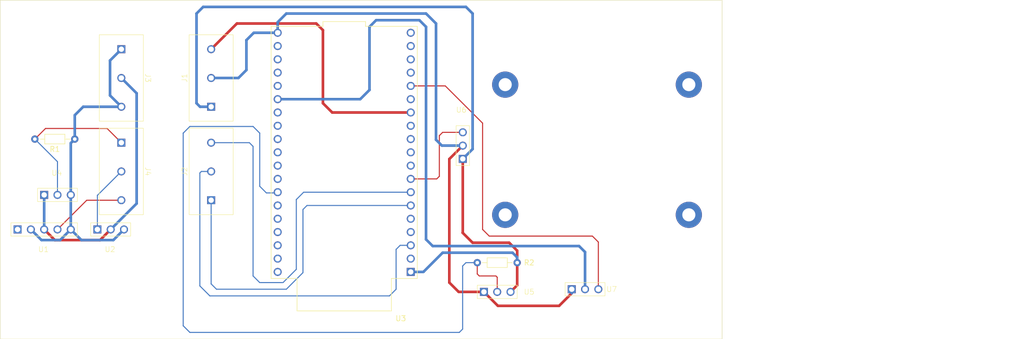
<source format=kicad_pcb>
(kicad_pcb (version 20221018) (generator pcbnew)
  (layers (0 "F.Cu" signal) (31 "B.Cu" signal) (34 "B.Paste" user) (35 "F.Paste" user) (36 "B.SilkS" user "B.Silkscreen") (37 "F.SilkS" user "F.Silkscreen") (38 "B.Mask" user) (39 "F.Mask" user) (44 "Edge.Cuts" user))
  (net 0 "")
  (net 1 "+3V3")
  (net 2 "/Air Temp")
  (net 3 "+3.3V")
  (net 4 "/WaterTemp")
  (net 5 "GND")
  (net 6 "/UV_ref_main")
  (net 7 "/Temp_Air")
  (net 8 "/Brightness")
  (net 9 "/UV")
  (net 10 "GND1")
  (net 11 "/BRIGHTNESS_OUT")
  (net 12 "/UV_OUT")
  (net 16 "/Turbidity")
  (net 22 "/Water level")
  (net 31 "/Water level Power")
  (net 33 "/Relay_Brightness_lamp")
  (net 34 "/Relay_UV_lamp")
  (net 40 "/Relay_Heater")
  (footprint "Diplomna:DS18B20_3dmodel" (layer "F.Cu") (at 76.327 87.376)
    (fp_text reference "U4" (at -5.207 -6.731 unlocked) (layer "F.SilkS") (effects (font (thickness 0.1))))
    (fp_text value "DS18B20-air")
    (fp_rect (start -8.89 -3.81) (end -1.27 -1.27) (stroke (width 0.1)) (fill none) (layer "F.SilkS"))
    (pad "1" thru_hole rect (at -7.62 -2.54) (size 1.53 1.53) (drill 1.02) (layers "*.Cu" "*.Mask") (net 10 "GND1"))
    (pad "2" thru_hole circle (at -5.08 -2.54) (size 1.53 1.53) (drill 1.02) (layers "*.Cu" "*.Mask") (net 2 "/Air Temp"))
    (pad "3" thru_hole circle (at -2.54 -2.54) (size 1.53 1.53) (drill 1.02) (layers "*.Cu" "*.Mask") (net 1 "+3V3"))
  )
  (footprint "Resistor_THT:R_Axial_DIN0204_L3.6mm_D1.6mm_P7.62mm_Horizontal" (layer "F.Cu") (at 74.549 74.168 180)
    (fp_text reference "R1" (at 3.81 -1.92) (layer "F.SilkS"))
    (fp_text value "2.2k")
    (fp_line (start 0.94 0) (end 1.89 0) (stroke (width 0.12)) (layer "F.SilkS"))
    (fp_line (start 1.89 -0.92) (end 1.89 0.92) (stroke (width 0.12)) (layer "F.SilkS"))
    (fp_line (start 1.89 0.92) (end 5.73 0.92) (stroke (width 0.12)) (layer "F.SilkS"))
    (fp_line (start 5.73 -0.92) (end 1.89 -0.92) (stroke (width 0.12)) (layer "F.SilkS"))
    (fp_line (start 5.73 0.92) (end 5.73 -0.92) (stroke (width 0.12)) (layer "F.SilkS"))
    (fp_line (start 6.68 0) (end 5.73 0) (stroke (width 0.12)) (layer "F.SilkS"))
    (pad "1" thru_hole circle (at 0 0 180) (size 1.4 1.4) (drill 0.7) (layers "*.Cu" "*.Mask") (net 1 "+3V3"))
    (pad "2" thru_hole oval (at 7.62 0 180) (size 1.4 1.4) (drill 0.7) (layers "*.Cu" "*.Mask") (net 2 "/Air Temp"))
  )
  (footprint "MountingHole:MountingHole_2.5mm_Pad_TopBottom" (layer "F.Cu") (at 156.718 63.754)
    (fp_text reference "REF**" hide)
    (fp_text value "MountingHole_2.5mm_Pad_TopBottom" hide)
    (pad "1" thru_hole circle (at 0 0) (size 2.9 2.9) (drill 2.5) (layers "*.Cu" "*.Mask"))
    (pad "1" connect circle (at 0 0) (size 5 5) (layers "F.Cu" "F.Mask"))
    (pad "1" connect circle (at 0 0) (size 5 5) (layers "B.Cu" "B.Mask"))
  )
  (footprint "Diplomna:MODULE_ESP32-DEVKITC" (layer "F.Cu") (at 125.984 76.708 180)
    (fp_text reference "U3" (at -10.795 -31.75) (layer "F.SilkS"))
    (fp_text value "~")
    (fp_line (start -13.95 -24.1) (end -13.95 24.1) (stroke (width 0.127)) (layer "F.SilkS"))
    (fp_line (start -13.95 24.1) (end -4.07 24.1) (stroke (width 0.127)) (layer "F.SilkS"))
    (fp_line (start -9 -30.3) (end 9 -30.3) (stroke (width 0.127)) (layer "F.SilkS"))
    (fp_line (start -9 -24.1) (end -13.95 -24.1) (stroke (width 0.127)) (layer "F.SilkS"))
    (fp_line (start -9 -24.1) (end -9 -30.3) (stroke (width 0.127)) (layer "F.SilkS"))
    (fp_line (start -4.07 24.1) (end -4.07 25) (stroke (width 0.127)) (layer "F.SilkS"))
    (fp_line (start -4.07 25) (end 4.06 25) (stroke (width 0.127)) (layer "F.SilkS"))
    (fp_line (start 4.06 24.1) (end 13.95 24.1) (stroke (width 0.127)) (layer "F.SilkS"))
    (fp_line (start 4.06 25) (end 4.06 24.1) (stroke (width 0.127)) (layer "F.SilkS"))
    (fp_line (start 9 -30.3) (end 9 -24.1) (stroke (width 0.127)) (layer "F.SilkS"))
    (fp_line (start 13.95 -24.1) (end 9 -24.1) (stroke (width 0.127)) (layer "F.SilkS"))
    (fp_line (start 13.95 24.1) (end 13.95 -24.1) (stroke (width 0.127)) (layer "F.SilkS"))
    (pad "1" thru_hole rect (at -12.7 -22.85 180) (size 1.53 1.53) (drill 1.02) (layers "*.Cu" "*.Mask") (net 3 "+3.3V"))
    (pad "2" thru_hole circle (at -12.7 -20.31 180) (size 1.53 1.53) (drill 1.02) (layers "*.Cu" "*.Mask"))
    (pad "3" thru_hole circle (at -12.7 -17.77 180) (size 1.53 1.53) (drill 1.02) (layers "*.Cu" "*.Mask") (net 8 "/Brightness"))
    (pad "4" thru_hole circle (at -12.7 -15.23 180) (size 1.53 1.53) (drill 1.02) (layers "*.Cu" "*.Mask"))
    (pad "5" thru_hole circle (at -12.7 -12.69 180) (size 1.53 1.53) (drill 1.02) (layers "*.Cu" "*.Mask"))
    (pad "6" thru_hole circle (at -12.7 -10.15 180) (size 1.53 1.53) (drill 1.02) (layers "*.Cu" "*.Mask") (net 7 "/Temp_Air"))
    (pad "7" thru_hole circle (at -12.7 -7.61 180) (size 1.53 1.53) (drill 1.02) (layers "*.Cu" "*.Mask") (net 9 "/UV"))
    (pad "8" thru_hole circle (at -12.7 -5.07 180) (size 1.53 1.53) (drill 1.02) (layers "*.Cu" "*.Mask") (net 16 "/Turbidity"))
    (pad "9" thru_hole circle (at -12.7 -2.53 180) (size 1.53 1.53) (drill 1.02) (layers "*.Cu" "*.Mask"))
    (pad "10" thru_hole circle (at -12.7 0.01 180) (size 1.53 1.53) (drill 1.02) (layers "*.Cu" "*.Mask"))
    (pad "11" thru_hole circle (at -12.7 2.55 180) (size 1.53 1.53) (drill 1.02) (layers "*.Cu" "*.Mask"))
    (pad "12" thru_hole circle (at -12.7 5.09 180) (size 1.53 1.53) (drill 1.02) (layers "*.Cu" "*.Mask"))
    (pad "13" thru_hole circle (at -12.7 7.63 180) (size 1.53 1.53) (drill 1.02) (layers "*.Cu" "*.Mask") (net 6 "/UV_ref_main"))
    (pad "14" thru_hole circle (at -12.7 10.17 180) (size 1.53 1.53) (drill 1.02) (layers "*.Cu" "*.Mask"))
    (pad "15" thru_hole circle (at -12.7 12.71 180) (size 1.53 1.53) (drill 1.02) (layers "*.Cu" "*.Mask") (net 22 "/Water level"))
    (pad "16" thru_hole circle (at -12.7 15.25 180) (size 1.53 1.53) (drill 1.02) (layers "*.Cu" "*.Mask"))
    (pad "17" thru_hole circle (at -12.7 17.79 180) (size 1.53 1.53) (drill 1.02) (layers "*.Cu" "*.Mask"))
    (pad "18" thru_hole circle (at -12.7 20.33 180) (size 1.53 1.53) (drill 1.02) (layers "*.Cu" "*.Mask"))
    (pad "19" thru_hole circle (at -12.7 22.87 180) (size 1.53 1.53) (drill 1.02) (layers "*.Cu" "*.Mask"))
    (pad "20" thru_hole circle (at 12.7 22.87 180) (size 1.53 1.53) (drill 1.02) (layers "*.Cu" "*.Mask") (net 5 "GND"))
    (pad "21" thru_hole circle (at 12.7 20.33 180) (size 1.53 1.53) (drill 1.02) (layers "*.Cu" "*.Mask"))
    (pad "22" thru_hole circle (at 12.7 17.79 180) (size 1.53 1.53) (drill 1.02) (layers "*.Cu" "*.Mask"))
    (pad "23" thru_hole circle (at 12.7 15.25 180) (size 1.53 1.53) (drill 1.02) (layers "*.Cu" "*.Mask"))
    (pad "24" thru_hole circle (at 12.7 12.71 180) (size 1.53 1.53) (drill 1.02) (layers "*.Cu" "*.Mask"))
    (pad "25" thru_hole circle (at 12.7 10.17 180) (size 1.53 1.53) (drill 1.02) (layers "*.Cu" "*.Mask") (net 31 "/Water level Power"))
    (pad "26" thru_hole circle (at 12.7 7.63 180) (size 1.53 1.53) (drill 1.02) (layers "*.Cu" "*.Mask"))
    (pad "27" thru_hole circle (at 12.7 5.09 180) (size 1.53 1.53) (drill 1.02) (layers "*.Cu" "*.Mask") (net 33 "/Relay_Brightness_lamp"))
    (pad "28" thru_hole circle (at 12.7 2.55 180) (size 1.53 1.53) (drill 1.02) (layers "*.Cu" "*.Mask") (net 34 "/Relay_UV_lamp"))
    (pad "29" thru_hole circle (at 12.7 0.01 180) (size 1.53 1.53) (drill 1.02) (layers "*.Cu" "*.Mask"))
    (pad "30" thru_hole circle (at 12.7 -2.53 180) (size 1.53 1.53) (drill 1.02) (layers "*.Cu" "*.Mask"))
    (pad "31" thru_hole circle (at 12.7 -5.07 180) (size 1.53 1.53) (drill 1.02) (layers "*.Cu" "*.Mask"))
    (pad "32" thru_hole circle (at 12.7 -7.61 180) (size 1.53 1.53) (drill 1.02) (layers "*.Cu" "*.Mask") (net 4 "/WaterTemp"))
    (pad "33" thru_hole circle (at 12.7 -10.15 180) (size 1.53 1.53) (drill 1.02) (layers "*.Cu" "*.Mask"))
    (pad "34" thru_hole circle (at 12.7 -12.69 180) (size 1.53 1.53) (drill 1.02) (layers "*.Cu" "*.Mask"))
    (pad "35" thru_hole circle (at 12.7 -15.23 180) (size 1.53 1.53) (drill 1.02) (layers "*.Cu" "*.Mask") (net 40 "/Relay_Heater"))
    (pad "36" thru_hole circle (at 12.7 -17.77 180) (size 1.53 1.53) (drill 1.02) (layers "*.Cu" "*.Mask"))
    (pad "37" thru_hole circle (at 12.7 -20.31 180) (size 1.53 1.53) (drill 1.02) (layers "*.Cu" "*.Mask"))
    (pad "38" thru_hole circle (at 12.7 -22.85 180) (size 1.53 1.53) (drill 1.02) (layers "*.Cu" "*.Mask"))
  )
  (footprint "Diplomna:Relay" (layer "F.Cu") (at 254.508 101.092 -90)
    (fp_text reference "K1" hide)
    (fp_text value "Relay_SPDT")
  )
  (footprint "Diplomna:3pin_holes" (layer "F.Cu") (at 86.487 93.98)
    (fp_text reference "U2" (at -5.207 1.27 unlocked) (layer "F.SilkS") (effects (font (thickness 0.1))))
    (fp_text value "TEMT6000")
    (fp_rect (start -8.89 -3.81) (end -1.27 -1.27) (stroke (width 0.1)) (fill none) (layer "F.SilkS"))
    (pad "1" thru_hole rect (at -7.62 -2.54) (size 1.53 1.53) (drill 1.02) (layers "*.Cu" "*.Mask") (net 11 "/BRIGHTNESS_OUT"))
    (pad "2" thru_hole circle (at -5.08 -2.54) (size 1.53 1.53) (drill 1.02) (layers "*.Cu" "*.Mask") (net 10 "GND1"))
    (pad "3" thru_hole circle (at -2.54 -2.54) (size 1.53 1.53) (drill 1.02) (layers "*.Cu" "*.Mask") (net 1 "+3V3"))
  )
  (footprint "Diplomna:connector_3p" (layer "F.Cu") (at 83.439 62.484 -90)
    (fp_text reference "J3" (at 0 -5.08 -90 unlocked) (layer "F.SilkS") (effects (font (thickness 0.1))))
    (fp_text value "Conn_01x03_Pin")
    (fp_rect (start -8.26 -4.206) (end 8.26 4.206) (stroke (width 0.1)) (fill none) (layer "F.SilkS"))
    (pad "1" thru_hole rect (at -5.5 0 270) (size 1.53 1.53) (drill 1.02) (layers "*.Cu" "*.Mask") (net 1 "+3V3"))
    (pad "2" thru_hole circle (at 0 0 270) (size 1.53 1.53) (drill 1.02) (layers "*.Cu" "*.Mask") (net 10 "GND1"))
    (pad "3" thru_hole circle (at 5.5 0 270) (size 1.53 1.53) (drill 1.02) (layers "*.Cu" "*.Mask") (net 1 "+3V3"))
  )
  (footprint "Diplomna:connector_3p" (layer "F.Cu") (at 83.439 80.352 -90)
    (fp_text reference "J4" (at 0 -5.08 -90 unlocked) (layer "F.SilkS") (effects (font (thickness 0.1))))
    (fp_text value "Conn_01x03_Pin")
    (fp_rect (start -8.26 -4.206) (end 8.26 4.206) (stroke (width 0.1)) (fill none) (layer "F.SilkS"))
    (pad "1" thru_hole rect (at -5.5 0 270) (size 1.53 1.53) (drill 1.02) (layers "*.Cu" "*.Mask") (net 2 "/Air Temp"))
    (pad "2" thru_hole circle (at 0 0 270) (size 1.53 1.53) (drill 1.02) (layers "*.Cu" "*.Mask") (net 11 "/BRIGHTNESS_OUT"))
    (pad "3" thru_hole circle (at 5.5 0 270) (size 1.53 1.53) (drill 1.02) (layers "*.Cu" "*.Mask") (net 12 "/UV_OUT"))
  )
  (footprint "MountingHole:MountingHole_2.5mm_Pad_TopBottom" (layer "F.Cu") (at 191.77 63.754)
    (fp_text reference "REF**" hide)
    (fp_text value "MountingHole_2.5mm_Pad_TopBottom" hide)
    (pad "1" thru_hole circle (at 0 0) (size 2.9 2.9) (drill 2.5) (layers "*.Cu" "*.Mask"))
    (pad "1" connect circle (at 0 0) (size 5 5) (layers "F.Cu" "F.Mask"))
    (pad "1" connect circle (at 0 0) (size 5 5) (layers "B.Cu" "B.Mask"))
  )
  (footprint "Diplomna:5pin_holes" (layer "F.Cu") (at 78.867 97.155)
    (fp_text reference "U1" (at -10.287 -1.905 unlocked) (layer "F.SilkS") (effects (font (thickness 0.1))))
    (fp_text value "GY-8511 UV sensor")
    (fp_rect (start -16.51 -6.985) (end -3.81 -4.445) (stroke (width 0.1)) (fill none) (layer "F.SilkS"))
    (pad "1" thru_hole rect (at -15.24 -5.715) (size 1.53 1.53) (drill 1.02) (layers "*.Cu" "*.Mask"))
    (pad "2" thru_hole circle (at -12.7 -5.715) (size 1.53 1.53) (drill 1.02) (layers "*.Cu" "*.Mask") (net 1 "+3V3"))
    (pad "3" thru_hole circle (at -10.16 -5.715) (size 1.53 1.53) (drill 1.02) (layers "*.Cu" "*.Mask") (net 10 "GND1"))
    (pad "4" thru_hole circle (at -7.62 -5.715) (size 1.53 1.53) (drill 1.02) (layers "*.Cu" "*.Mask") (net 12 "/UV_OUT"))
    (pad "5" thru_hole circle (at -5.08 -5.715) (size 1.53 1.53) (drill 1.02) (layers "*.Cu" "*.Mask") (net 1 "+3V3"))
  )
  (footprint "Resistor_THT:R_Axial_DIN0204_L3.6mm_D1.6mm_P7.62mm_Horizontal" (layer "F.Cu") (at 159.004 97.79 180)
    (fp_text reference "R2" (at -2.286 0) (layer "F.SilkS"))
    (fp_text value "2.2k")
    (fp_line (start 0.94 0) (end 1.89 0) (stroke (width 0.12)) (layer "F.SilkS"))
    (fp_line (start 1.89 -0.92) (end 1.89 0.92) (stroke (width 0.12)) (layer "F.SilkS"))
    (fp_line (start 1.89 0.92) (end 5.73 0.92) (stroke (width 0.12)) (layer "F.SilkS"))
    (fp_line (start 5.73 -0.92) (end 1.89 -0.92) (stroke (width 0.12)) (layer "F.SilkS"))
    (fp_line (start 5.73 0.92) (end 5.73 -0.92) (stroke (width 0.12)) (layer "F.SilkS"))
    (fp_line (start 6.68 0) (end 5.73 0) (stroke (width 0.12)) (layer "F.SilkS"))
    (pad "1" thru_hole circle (at 0 0 180) (size 1.4 1.4) (drill 0.7) (layers "*.Cu" "*.Mask") (net 3 "+3.3V"))
    (pad "2" thru_hole oval (at 7.62 0 180) (size 1.4 1.4) (drill 0.7) (layers "*.Cu" "*.Mask") (net 4 "/WaterTemp"))
  )
  (footprint "Diplomna:DS18B20_3dmodel" (layer "F.Cu") (at 160.274 105.918)
    (fp_text reference "U5" (at 1.016 -2.54 unlocked) (layer "F.SilkS") (effects (font (thickness 0.1))))
    (fp_text value "DS18B20-water")
    (fp_rect (start -8.89 -3.81) (end -1.27 -1.27) (stroke (width 0.1)) (fill none) (layer "F.SilkS"))
    (pad "1" thru_hole rect (at -7.62 -2.54) (size 1.53 1.53) (drill 1.02) (layers "*.Cu" "*.Mask") (net 5 "GND"))
    (pad "2" thru_hole circle (at -5.08 -2.54) (size 1.53 1.53) (drill 1.02) (layers "*.Cu" "*.Mask") (net 4 "/WaterTemp"))
    (pad "3" thru_hole circle (at -2.54 -2.54) (size 1.53 1.53) (drill 1.02) (layers "*.Cu" "*.Mask") (net 3 "+3.3V"))
  )
  (footprint "MountingHole:MountingHole_2.5mm_Pad_TopBottom" (layer "F.Cu") (at 191.77 88.646)
    (fp_text reference "REF**" hide)
    (fp_text value "MountingHole_2.5mm_Pad_TopBottom" hide)
    (pad "1" thru_hole circle (at 0 0) (size 2.9 2.9) (drill 2.5) (layers "*.Cu" "*.Mask"))
    (pad "1" connect circle (at 0 0) (size 5 5) (layers "F.Cu" "F.Mask"))
    (pad "1" connect circle (at 0 0) (size 5 5) (layers "B.Cu" "B.Mask"))
  )
  (footprint "Diplomna:connector_3p" (layer "F.Cu") (at 100.584 80.352 90)
    (fp_text reference "J2" (at 0 -5.08 90 unlocked) (layer "F.SilkS") (effects (font (thickness 0.1))))
    (fp_text value "Conn_01x03_Pin")
    (fp_rect (start -8.26 -4.206) (end 8.26 4.206) (stroke (width 0.1)) (fill none) (layer "F.SilkS"))
    (pad "1" thru_hole rect (at -5.5 0 90) (size 1.53 1.53) (drill 1.02) (layers "*.Cu" "*.Mask") (net 7 "/Temp_Air"))
    (pad "2" thru_hole circle (at 0 0 90) (size 1.53 1.53) (drill 1.02) (layers "*.Cu" "*.Mask") (net 8 "/Brightness"))
    (pad "3" thru_hole circle (at 5.5 0 90) (size 1.53 1.53) (drill 1.02) (layers "*.Cu" "*.Mask") (net 9 "/UV"))
  )
  (footprint "Diplomna:connector_3p" (layer "F.Cu") (at 100.584 62.484 90)
    (fp_text reference "J1" (at 0 -5.08 90 unlocked) (layer "F.SilkS") (effects (font (thickness 0.1))))
    (fp_text value "Conn_01x03_Pin")
    (fp_rect (start -8.26 -4.206) (end 8.26 4.206) (stroke (width 0.1)) (fill none) (layer "F.SilkS"))
    (pad "1" thru_hole rect (at -5.5 0 90) (size 1.53 1.53) (drill 1.02) (layers "*.Cu" "*.Mask") (net 3 "+3.3V"))
    (pad "2" thru_hole circle (at 0 0 90) (size 1.53 1.53) (drill 1.02) (layers "*.Cu" "*.Mask") (net 5 "GND"))
    (pad "3" thru_hole circle (at 5.5 0 90) (size 1.53 1.53) (drill 1.02) (layers "*.Cu" "*.Mask") (net 6 "/UV_ref_main"))
  )
  (footprint "Diplomna:3pin_holes" (layer "F.Cu") (at 151.157 70.331 90)
    (fp_text reference "U6" (at 1.751 -2.821 unlocked) (layer "F.SilkS") (effects (font (thickness 0.1))))
    (fp_text value "Turbidity sensor")
    (fp_rect (start -8.89 -3.81) (end -1.27 -1.27) (stroke (width 0.1)) (fill none) (layer "F.SilkS"))
    (pad "1" thru_hole rect (at -7.62 -2.54 90) (size 1.53 1.53) (drill 1.02) (layers "*.Cu" "*.Mask") (net 3 "+3.3V"))
    (pad "2" thru_hole circle (at -5.08 -2.54 90) (size 1.53 1.53) (drill 1.02) (layers "*.Cu" "*.Mask") (net 5 "GND"))
    (pad "3" thru_hole circle (at -2.54 -2.54 90) (size 1.53 1.53) (drill 1.02) (layers "*.Cu" "*.Mask") (net 16 "/Turbidity"))
  )
  (footprint "Diplomna:3pin_holes" (layer "F.Cu") (at 177.038 105.41)
    (fp_text reference "U7" (at 0 -2.54 unlocked) (layer "F.SilkS") (effects (font (thickness 0.1))))
    (fp_text value "Water Level")
    (fp_rect (start -8.89 -3.81) (end -1.27 -1.27) (stroke (width 0.1)) (fill none) (layer "F.SilkS"))
    (pad "1" thru_hole rect (at -7.62 -2.54) (size 1.53 1.53) (drill 1.02) (layers "*.Cu" "*.Mask") (net 5 "GND"))
    (pad "2" thru_hole circle (at -5.08 -2.54) (size 1.53 1.53) (drill 1.02) (layers "*.Cu" "*.Mask") (net 31 "/Water level Power"))
    (pad "3" thru_hole circle (at -2.54 -2.54) (size 1.53 1.53) (drill 1.02) (layers "*.Cu" "*.Mask") (net 22 "/Water level"))
  )
  (footprint "MountingHole:MountingHole_2.5mm_Pad_TopBottom" (layer "F.Cu") (at 156.718 88.646)
    (fp_text reference "REF**" hide)
    (fp_text value "MountingHole_2.5mm_Pad_TopBottom" hide)
    (pad "1" thru_hole circle (at 0 0) (size 2.9 2.9) (drill 2.5) (layers "*.Cu" "*.Mask"))
    (pad "1" connect circle (at 0 0) (size 5 5) (layers "F.Cu" "F.Mask"))
    (pad "1" connect circle (at 0 0) (size 5 5) (layers "B.Cu" "B.Mask"))
  )
  (gr_rect (start 60.325 47.625) (end 198.12 112.395) (stroke (width 0.1)) (fill none) (layer "F.SilkS"))
  (gr_rect (start 60.325 47.625) (end 198.12 112.395) (stroke (width 0.05)) (fill none) (layer "Edge.Cuts"))
  (segment (start 74.549 74.168) (end 74.549 69.596) (width 0.5) (layer "B.Cu") (net 1))
  (segment (start 81.28 65.825) (end 81.28 59.143) (width 0.5) (layer "B.Cu") (net 1))
  (segment (start 66.167 91.44) (end 68.199 93.472) (width 0.5) (layer "B.Cu") (net 1))
  (segment (start 83.947 91.44) (end 81.915 93.472) (width 0.5) (layer "B.Cu") (net 1))
  (segment (start 83.439 67.984) (end 81.28 65.825) (width 0.5) (layer "B.Cu") (net 1))
  (segment (start 68.199 93.472) (end 71.755 93.472) (width 0.5) (layer "B.Cu") (net 1))
  (segment (start 73.787 91.44) (end 73.787 84.836) (width 0.5) (layer "B.Cu") (net 1))
  (segment (start 73.787 84.836) (end 73.787 74.93) (width 0.5) (layer "B.Cu") (net 1))
  (segment (start 75.819 93.472) (end 73.787 91.44) (width 0.5) (layer "B.Cu") (net 1))
  (segment (start 76.161 67.984) (end 83.439 67.984) (width 0.5) (layer "B.Cu") (net 1))
  (segment (start 71.755 93.472) (end 73.787 91.44) (width 0.5) (layer "B.Cu") (net 1))
  (segment (start 74.549 69.596) (end 76.161 67.984) (width 0.5) (layer "B.Cu") (net 1))
  (segment (start 73.787 74.93) (end 74.549 74.168) (width 0.5) (layer "B.Cu") (net 1))
  (segment (start 81.28 59.143) (end 83.439 56.984) (width 0.5) (layer "B.Cu") (net 1))
  (segment (start 81.915 93.472) (end 75.819 93.472) (width 0.5) (layer "B.Cu") (net 1))
  (segment (start 66.929 74.168) (end 68.961 72.136) (width 0.2) (layer "F.Cu") (net 2))
  (segment (start 68.961 72.136) (end 80.723 72.136) (width 0.2) (layer "F.Cu") (net 2))
  (segment (start 80.723 72.136) (end 83.439 74.852) (width 0.2) (layer "F.Cu") (net 2))
  (segment (start 71.247 84.836) (end 71.247 78.486) (width 0.2) (layer "B.Cu") (net 2))
  (segment (start 71.247 78.486) (end 66.929 74.168) (width 0.2) (layer "B.Cu") (net 2))
  (segment (start 159.004 102.108) (end 159.004 97.79) (width 0.5) (layer "F.Cu") (net 3))
  (segment (start 159.004 97.79) (end 159.004 95.504) (width 0.5) (layer "F.Cu") (net 3))
  (segment (start 150.495 93.98) (end 148.59 92.075) (width 0.5) (layer "F.Cu") (net 3))
  (segment (start 157.734 103.378) (end 159.004 102.108) (width 0.5) (layer "F.Cu") (net 3))
  (segment (start 148.617 92.048) (end 148.617 77.951) (width 0.5) (layer "F.Cu") (net 3))
  (segment (start 148.59 92.075) (end 148.617 92.048) (width 0.5) (layer "F.Cu") (net 3))
  (segment (start 157.48 93.98) (end 150.495 93.98) (width 0.5) (layer "F.Cu") (net 3))
  (segment (start 159.004 95.504) (end 157.48 93.98) (width 0.5) (layer "F.Cu") (net 3))
  (segment (start 150.495 76.073) (end 148.617 77.951) (width 0.5) (layer "B.Cu") (net 3))
  (segment (start 138.684 99.558) (end 141.107 99.558) (width 0.5) (layer "B.Cu") (net 3))
  (segment (start 159.004 96.774) (end 159.004 97.79) (width 0.5) (layer "B.Cu") (net 3))
  (segment (start 98.464 67.984) (end 97.79 67.31) (width 0.5) (layer "B.Cu") (net 3))
  (segment (start 97.79 50.165) (end 99.06 48.895) (width 0.5) (layer "B.Cu") (net 3))
  (segment (start 97.79 67.31) (end 97.79 50.165) (width 0.5) (layer "B.Cu") (net 3))
  (segment (start 158.115 95.885) (end 159.004 96.774) (width 0.5) (layer "B.Cu") (net 3))
  (segment (start 144.78 95.885) (end 141.107 99.558) (width 0.5) (layer "B.Cu") (net 3))
  (segment (start 150.495 50.165) (end 150.495 76.073) (width 0.5) (layer "B.Cu") (net 3))
  (segment (start 158.115 95.885) (end 144.78 95.885) (width 0.5) (layer "B.Cu") (net 3))
  (segment (start 149.225 48.895) (end 150.495 50.165) (width 0.5) (layer "B.Cu") (net 3))
  (segment (start 100.584 67.984) (end 98.464 67.984) (width 0.5) (layer "B.Cu") (net 3))
  (segment (start 99.06 48.895) (end 149.225 48.895) (width 0.5) (layer "B.Cu") (net 3))
  (segment (start 155.194 100.584) (end 154.94 100.33) (width 0.2) (layer "F.Cu") (net 4))
  (segment (start 151.384 99.949) (end 151.384 97.79) (width 0.2) (layer "F.Cu") (net 4))
  (segment (start 155.194 103.378) (end 155.194 100.584) (width 0.2) (layer "F.Cu") (net 4))
  (segment (start 154.94 100.33) (end 151.765 100.33) (width 0.2) (layer "F.Cu") (net 4))
  (segment (start 151.765 100.33) (end 151.384 99.949) (width 0.2) (layer "F.Cu") (net 4))
  (segment (start 111.125 84.455) (end 109.855 83.185) (width 0.2) (layer "B.Cu") (net 4))
  (segment (start 149.225 97.79) (end 151.384 97.79) (width 0.2) (layer "B.Cu") (net 4))
  (segment (start 109.855 83.185) (end 109.855 73.025) (width 0.2) (layer "B.Cu") (net 4))
  (segment (start 148.59 98.425) (end 149.225 97.79) (width 0.2) (layer "B.Cu") (net 4))
  (segment (start 109.855 73.025) (end 108.585 71.755) (width 0.2) (layer "B.Cu") (net 4))
  (segment (start 95.25 73.025) (end 95.25 109.855) (width 0.2) (layer "B.Cu") (net 4))
  (segment (start 147.955 111.125) (end 148.59 110.49) (width 0.2) (layer "B.Cu") (net 4))
  (segment (start 95.25 109.855) (end 96.52 111.125) (width 0.2) (layer "B.Cu") (net 4))
  (segment (start 148.59 110.49) (end 148.59 98.425) (width 0.2) (layer "B.Cu") (net 4))
  (segment (start 96.52 71.755) (end 95.25 73.025) (width 0.2) (layer "B.Cu") (net 4))
  (segment (start 113.284 84.318) (end 113.147 84.455) (width 0.2) (layer "B.Cu") (net 4))
  (segment (start 96.52 111.125) (end 147.955 111.125) (width 0.2) (layer "B.Cu") (net 4))
  (segment (start 108.585 71.755) (end 96.52 71.755) (width 0.2) (layer "B.Cu") (net 4))
  (segment (start 113.147 84.455) (end 111.125 84.455) (width 0.2) (layer "B.Cu") (net 4))
  (segment (start 146.05 77.978) (end 146.05 101.6) (width 0.5) (layer "F.Cu") (net 5))
  (segment (start 147.828 103.378) (end 152.654 103.378) (width 0.5) (layer "F.Cu") (net 5))
  (segment (start 169.418 103.632) (end 169.418 102.87) (width 0.5) (layer "F.Cu") (net 5))
  (segment (start 152.654 103.378) (end 155.321 106.045) (width 0.5) (layer "F.Cu") (net 5))
  (segment (start 167.005 106.045) (end 169.418 103.632) (width 0.5) (layer "F.Cu") (net 5))
  (segment (start 146.05 101.6) (end 147.828 103.378) (width 0.5) (layer "F.Cu") (net 5))
  (segment (start 148.617 75.411) (end 146.05 77.978) (width 0.5) (layer "F.Cu") (net 5))
  (segment (start 155.321 106.045) (end 167.005 106.045) (width 0.5) (layer "F.Cu") (net 5))
  (segment (start 169.418 103.632) (end 169.418 102.87) (width 0.5) (layer "B.Cu") (net 5))
  (segment (start 144.626 75.411) (end 148.617 75.411) (width 0.5) (layer "B.Cu") (net 5))
  (segment (start 152.654 103.378) (end 152.654 103.632) (width 0.5) (layer "B.Cu") (net 5))
  (segment (start 108.722 53.838) (end 107.315 55.245) (width 0.5) (layer "B.Cu") (net 5))
  (segment (start 113.284 53.838) (end 108.722 53.838) (width 0.5) (layer "B.Cu") (net 5))
  (segment (start 143.51 74.295) (end 144.626 75.411) (width 0.5) (layer "B.Cu") (net 5))
  (segment (start 143.51 52.07) (end 143.51 74.295) (width 0.5) (layer "B.Cu") (net 5))
  (segment (start 114.935 50.165) (end 141.605 50.165) (width 0.5) (layer "B.Cu") (net 5))
  (segment (start 113.284 51.816) (end 114.935 50.165) (width 0.5) (layer "B.Cu") (net 5))
  (segment (start 107.315 60.96) (end 105.791 62.484) (width 0.5) (layer "B.Cu") (net 5))
  (segment (start 105.791 62.484) (end 100.584 62.484) (width 0.5) (layer "B.Cu") (net 5))
  (segment (start 141.605 50.165) (end 143.51 52.07) (width 0.5) (layer "B.Cu") (net 5))
  (segment (start 107.315 55.245) (end 107.315 60.96) (width 0.5) (layer "B.Cu") (net 5))
  (segment (start 113.284 53.838) (end 113.284 51.816) (width 0.5) (layer "B.Cu") (net 5))
  (segment (start 100.584 56.984) (end 105.498 52.07) (width 0.5) (layer "F.Cu") (net 6))
  (segment (start 121.92 53.34) (end 121.92 67.31) (width 0.5) (layer "F.Cu") (net 6))
  (segment (start 120.65 52.07) (end 121.92 53.34) (width 0.5) (layer "F.Cu") (net 6))
  (segment (start 121.92 67.31) (end 123.688 69.078) (width 0.5) (layer "F.Cu") (net 6))
  (segment (start 123.688 69.078) (end 138.684 69.078) (width 0.5) (layer "F.Cu") (net 6))
  (segment (start 105.498 52.07) (end 120.65 52.07) (width 0.5) (layer "F.Cu") (net 6))
  (segment (start 101.6 102.87) (end 100.584 101.854) (width 0.2) (layer "B.Cu") (net 7))
  (segment (start 138.684 86.858) (end 118.882 86.858) (width 0.2) (layer "B.Cu") (net 7))
  (segment (start 114.935 102.87) (end 101.6 102.87) (width 0.2) (layer "B.Cu") (net 7))
  (segment (start 100.584 101.854) (end 100.584 85.852) (width 0.2) (layer "B.Cu") (net 7))
  (segment (start 118.882 86.858) (end 118.11 87.63) (width 0.2) (layer "B.Cu") (net 7))
  (segment (start 118.11 87.63) (end 118.11 99.695) (width 0.2) (layer "B.Cu") (net 7))
  (segment (start 118.11 99.695) (end 114.935 102.87) (width 0.2) (layer "B.Cu") (net 7))
  (segment (start 100.584 80.352) (end 98.718 80.352) (width 0.2) (layer "B.Cu") (net 8))
  (segment (start 98.718 80.352) (end 98.425 80.645) (width 0.2) (layer "B.Cu") (net 8))
  (segment (start 136.662 94.478) (end 138.684 94.478) (width 0.2) (layer "B.Cu") (net 8))
  (segment (start 135.89 95.25) (end 136.662 94.478) (width 0.2) (layer "B.Cu") (net 8))
  (segment (start 98.425 102.235) (end 100.33 104.14) (width 0.2) (layer "B.Cu") (net 8))
  (segment (start 98.425 80.645) (end 98.425 102.235) (width 0.2) (layer "B.Cu") (net 8))
  (segment (start 100.33 104.14) (end 134.62 104.14) (width 0.2) (layer "B.Cu") (net 8))
  (segment (start 135.89 102.87) (end 135.89 95.25) (width 0.2) (layer "B.Cu") (net 8))
  (segment (start 134.62 104.14) (end 135.89 102.87) (width 0.2) (layer "B.Cu") (net 8))
  (segment (start 108.585 100.33) (end 108.585 75.565) (width 0.2) (layer "B.Cu") (net 9))
  (segment (start 116.84 99.06) (end 114.3 101.6) (width 0.2) (layer "B.Cu") (net 9))
  (segment (start 116.84 85.725) (end 116.84 99.06) (width 0.2) (layer "B.Cu") (net 9))
  (segment (start 114.3 101.6) (end 109.855 101.6) (width 0.2) (layer "B.Cu") (net 9))
  (segment (start 109.855 101.6) (end 108.585 100.33) (width 0.2) (layer "B.Cu") (net 9))
  (segment (start 118.247 84.318) (end 116.84 85.725) (width 0.2) (layer "B.Cu") (net 9))
  (segment (start 107.872 74.852) (end 100.584 74.852) (width 0.2) (layer "B.Cu") (net 9))
  (segment (start 138.684 84.318) (end 118.247 84.318) (width 0.2) (layer "B.Cu") (net 9))
  (segment (start 108.585 75.565) (end 107.872 74.852) (width 0.2) (layer "B.Cu") (net 9))
  (segment (start 79.375 93.472) (end 70.739 93.472) (width 0.5) (layer "F.Cu") (net 10))
  (segment (start 81.407 91.44) (end 79.375 93.472) (width 0.5) (layer "F.Cu") (net 10))
  (segment (start 70.739 93.472) (end 68.707 91.44) (width 0.5) (layer "F.Cu") (net 10))
  (segment (start 86.36 86.487) (end 81.407 91.44) (width 0.5) (layer "B.Cu") (net 10))
  (segment (start 86.36 65.405) (end 86.36 86.487) (width 0.5) (layer "B.Cu") (net 10))
  (segment (start 68.707 91.44) (end 68.707 84.836) (width 0.5) (layer "B.Cu") (net 10))
  (segment (start 83.439 62.484) (end 86.36 65.405) (width 0.5) (layer "B.Cu") (net 10))
  (segment (start 83.439 80.352) (end 78.867 84.924) (width 0.2) (layer "B.Cu") (net 11))
  (segment (start 78.867 84.924) (end 78.867 91.44) (width 0.2) (layer "B.Cu") (net 11))
  (segment (start 71.247 91.44) (end 76.835 85.852) (width 0.2) (layer "F.Cu") (net 12))
  (segment (start 76.835 85.852) (end 83.439 85.852) (width 0.2) (layer "F.Cu") (net 12))
  (segment (start 144.145 81.28) (end 143.647 81.778) (width 0.2) (layer "F.Cu") (net 16))
  (segment (start 144.78 72.871) (end 144.145 73.506) (width 0.2) (layer "F.Cu") (net 16))
  (segment (start 148.617 72.871) (end 144.78 72.871) (width 0.2) (layer "F.Cu") (net 16))
  (segment (start 143.647 81.778) (end 138.684 81.778) (width 0.2) (layer "F.Cu") (net 16))
  (segment (start 144.145 73.506) (end 144.145 81.28) (width 0.2) (layer "F.Cu") (net 16))
  (segment (start 153.67 92.71) (end 152.4 91.44) (width 0.2) (layer "F.Cu") (net 22))
  (segment (start 152.4 71.12) (end 145.278 63.998) (width 0.2) (layer "F.Cu") (net 22))
  (segment (start 174.498 93.853) (end 173.355 92.71) (width 0.2) (layer "F.Cu") (net 22))
  (segment (start 145.278 63.998) (end 138.684 63.998) (width 0.2) (layer "F.Cu") (net 22))
  (segment (start 152.4 91.44) (end 152.4 71.12) (width 0.2) (layer "F.Cu") (net 22))
  (segment (start 173.355 92.71) (end 153.67 92.71) (width 0.2) (layer "F.Cu") (net 22))
  (segment (start 174.498 102.87) (end 174.498 93.853) (width 0.2) (layer "F.Cu") (net 22))
  (segment (start 130.81 64.77) (end 129.042 66.538) (width 0.5) (layer "B.Cu") (net 31))
  (segment (start 171.958 95.758) (end 170.815 94.615) (width 0.5) (layer "B.Cu") (net 31))
  (segment (start 141.605 93.345) (end 141.605 52.705) (width 0.5) (layer "B.Cu") (net 31))
  (segment (start 130.81 52.705) (end 130.81 64.77) (width 0.5) (layer "B.Cu") (net 31))
  (segment (start 140.335 51.435) (end 132.08 51.435) (width 0.5) (layer "B.Cu") (net 31))
  (segment (start 142.875 94.615) (end 141.605 93.345) (width 0.5) (layer "B.Cu") (net 31))
  (segment (start 129.042 66.538) (end 113.284 66.538) (width 0.5) (layer "B.Cu") (net 31))
  (segment (start 170.815 94.615) (end 142.875 94.615) (width 0.5) (layer "B.Cu") (net 31))
  (segment (start 171.958 102.87) (end 171.958 95.758) (width 0.5) (layer "B.Cu") (net 31))
  (segment (start 132.08 51.435) (end 130.81 52.705) (width 0.5) (layer "B.Cu") (net 31))
  (segment (start 141.605 52.705) (end 140.335 51.435) (width 0.5) (layer "B.Cu") (net 31))
)
</source>
